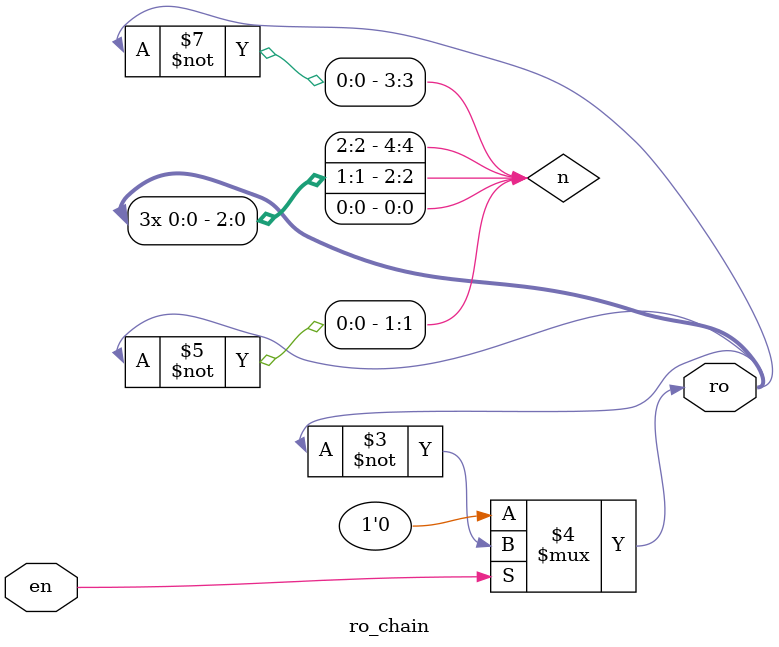
<source format=sv>

`timescale 1ns/1ps

module collapse_bank #(
    parameter int N        = 1024,
    parameter int DATA_W   = 8,
    parameter int BASIS_W  = 8,
    parameter int ADDR_W   = $clog2(N)
)(
    input  wire               clk,
    input  wire               rst,

    // --------------------- INIT INTERFACE -------------------------
    input  wire [ADDR_W-1:0]  init_addr,
    input  wire [DATA_W-1:0]  init_value,
    input  wire [BASIS_W-1:0] init_basis,
    input  wire               init_strobe,

    // --------------------- READ INTERFACE -------------------------
    input  wire [ADDR_W-1:0]  read_addr,
    input  wire [BASIS_W-1:0] basis_in,
    input  wire               read_pulse,

    // ----------------------- DATA OUTPUT --------------------------
    output logic [DATA_W-1:0] data_o
);

    // =====================================================================
    // ENTROPY CORE
    //   Two RO chains → XOR → synchronizer
    //   von Neumann sampler → debiased bit
    //   8-bit LFSR stirred by sampled bit
    //   Provides entropy_byte to every collapse_cell
    // =====================================================================

    //---------------------- RO chains -----------------------------
    wire ro0_raw, ro1_raw;
    wire ro_xor;

    ro_chain #(.STAGES(5)) URO0 (
        .en (1'b1),
        .ro (ro0_raw)
    );

    ro_chain #(.STAGES(5)) URO1 (
        .en (1'b1),
        .ro (ro1_raw)
    );

    assign ro_xor = ro0_raw ^ ro1_raw;

    //------------------ Synchronize into clk domain ----------------
    logic ro_sync1, ro_sync2;

    always_ff @(posedge clk or posedge rst) begin
        if (rst) begin
            ro_sync1 <= 1'b0;
            ro_sync2 <= 1'b0;
        end else begin
            ro_sync1 <= ro_xor;
            ro_sync2 <= ro_sync1;
        end
    end

    // ---------------- von Neumann debias sampler -----------------
    logic last_bit_q;
    logic have_last_q;
    logic vn_ready_q;
    logic vn_bit_q;

    always_ff @(posedge clk or posedge rst) begin
        if (rst) begin
            last_bit_q  <= 1'b0;
            have_last_q <= 1'b0;
            vn_ready_q  <= 1'b0;
            vn_bit_q    <= 1'b0;
        end else begin
            vn_ready_q <= 1'b0;  // pulse when a valid pair arrives

            if (!have_last_q) begin
                last_bit_q  <= ro_sync2;
                have_last_q <= 1'b1;
            end else begin
                if (ro_sync2 != last_bit_q) begin
                    // 01 → 1, 10 → 0
                    vn_bit_q   <= ro_sync2;
                    vn_ready_q <= 1'b1;
                end
                have_last_q <= 1'b0;
            end
        end
    end

    // Select bit to stir LFSR:
    wire sample_bit = vn_ready_q ? vn_bit_q : ro_sync2;

    // ----------------------- 8-bit LFSR --------------------------
    logic [DATA_W-1:0] lfsr_q;
    wire feedback = lfsr_q[7] ^ lfsr_q[5] ^ lfsr_q[4] ^ lfsr_q[3] ^ sample_bit;

    always_ff @(posedge clk or posedge rst) begin
        if (rst) begin
            lfsr_q <= 8'hA5;
        end else begin
            lfsr_q <= {lfsr_q[DATA_W-2:0], feedback};
        end
    end

    wire [DATA_W-1:0] entropy_byte = lfsr_q;

    // =====================================================================
    // DECODE: one-hot init & read strobes
    // =====================================================================
    logic [N-1:0] init_sel;
    logic [N-1:0] read_sel;

    genvar gi;
    generate
        for (gi = 0; gi < N; gi++) begin : DECODE
            assign init_sel[gi] = init_strobe && (init_addr == gi[ADDR_W-1:0]);
            assign read_sel[gi] = read_pulse  && (read_addr == gi[ADDR_W-1:0]);
        end
    endgenerate

    // =====================================================================
    // CELL ARRAY
    // =====================================================================
    logic [DATA_W-1:0] cell_data [N];

    genvar i;
    generate
        for (i = 0; i < N; i++) begin : CELLS
            collapse_cell #(
                .DATA_W (DATA_W),
                .BASIS_W(BASIS_W)
            ) U_CELL (
                .clk        (clk),
                .rst        (rst),

                .init_en    (init_sel[i]),
                .init_value (init_value),
                .init_basis (init_basis),

                .read_pulse (read_sel[i]),
                .basis_in   (basis_in),

                .entropy_in (entropy_byte),

                .data_o     (cell_data[i])
            );
        end
    endgenerate

    // =====================================================================
    // READ MUX — select cell output based on read_addr
    // =====================================================================
    always_comb begin
        data_o = '0;
        for (int k = 0; k < N; k++) begin
            if (read_addr == k[ADDR_W-1:0]) begin
                data_o = cell_data[k];
            end
        end
    end

endmodule


// ============================================================================
// ro_chain — Simple odd-length inverter ring oscillator
//   STAGES must be odd (3,5,7,...). 'en' gates oscillation.
// ============================================================================
module ro_chain #(
    parameter int STAGES = 5
)(
    input  wire en,
    output wire ro
);

    (* keep = "true", preserve = "true" *)
    wire [STAGES-1:0] n;

    assign n[0] = en ? ~n[STAGES-1] : 1'b0;

    genvar j;
    generate
        for (j = 1; j < STAGES; j++) begin : GEN_RO
            assign n[j] = ~n[j-1];
        end
    endgenerate

    assign ro = n[STAGES-1];

endmodule

</source>
